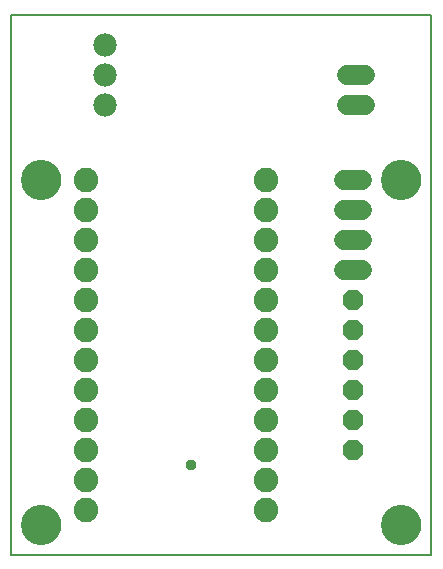
<source format=gts>
G75*
%MOIN*%
%OFA0B0*%
%FSLAX25Y25*%
%IPPOS*%
%LPD*%
%AMOC8*
5,1,8,0,0,1.08239X$1,22.5*
%
%ADD10C,0.00600*%
%ADD11C,0.00000*%
%ADD12C,0.13400*%
%ADD13C,0.08200*%
%ADD14OC8,0.06800*%
%ADD15C,0.06800*%
%ADD16C,0.07800*%
%ADD17C,0.03778*%
D10*
X0001800Y0006250D02*
X0001800Y0186250D01*
X0141800Y0186250D01*
X0141800Y0006250D01*
X0001800Y0006250D01*
D11*
X0005500Y0016250D02*
X0005502Y0016408D01*
X0005508Y0016567D01*
X0005518Y0016725D01*
X0005532Y0016882D01*
X0005550Y0017040D01*
X0005571Y0017196D01*
X0005597Y0017353D01*
X0005627Y0017508D01*
X0005660Y0017663D01*
X0005698Y0017817D01*
X0005739Y0017970D01*
X0005784Y0018121D01*
X0005833Y0018272D01*
X0005886Y0018421D01*
X0005942Y0018569D01*
X0006003Y0018716D01*
X0006066Y0018861D01*
X0006134Y0019004D01*
X0006205Y0019145D01*
X0006279Y0019285D01*
X0006357Y0019423D01*
X0006439Y0019559D01*
X0006524Y0019692D01*
X0006612Y0019824D01*
X0006703Y0019953D01*
X0006798Y0020080D01*
X0006896Y0020204D01*
X0006997Y0020326D01*
X0007101Y0020446D01*
X0007207Y0020563D01*
X0007317Y0020677D01*
X0007430Y0020788D01*
X0007545Y0020896D01*
X0007664Y0021002D01*
X0007784Y0021104D01*
X0007907Y0021204D01*
X0008033Y0021300D01*
X0008161Y0021393D01*
X0008292Y0021483D01*
X0008424Y0021569D01*
X0008559Y0021652D01*
X0008696Y0021732D01*
X0008835Y0021808D01*
X0008975Y0021881D01*
X0009118Y0021950D01*
X0009262Y0022016D01*
X0009407Y0022078D01*
X0009555Y0022136D01*
X0009703Y0022191D01*
X0009853Y0022242D01*
X0010004Y0022289D01*
X0010157Y0022332D01*
X0010310Y0022371D01*
X0010464Y0022407D01*
X0010619Y0022438D01*
X0010775Y0022466D01*
X0010932Y0022490D01*
X0011089Y0022510D01*
X0011247Y0022526D01*
X0011404Y0022538D01*
X0011563Y0022546D01*
X0011721Y0022550D01*
X0011879Y0022550D01*
X0012037Y0022546D01*
X0012196Y0022538D01*
X0012353Y0022526D01*
X0012511Y0022510D01*
X0012668Y0022490D01*
X0012825Y0022466D01*
X0012981Y0022438D01*
X0013136Y0022407D01*
X0013290Y0022371D01*
X0013443Y0022332D01*
X0013596Y0022289D01*
X0013747Y0022242D01*
X0013897Y0022191D01*
X0014045Y0022136D01*
X0014193Y0022078D01*
X0014338Y0022016D01*
X0014482Y0021950D01*
X0014625Y0021881D01*
X0014765Y0021808D01*
X0014904Y0021732D01*
X0015041Y0021652D01*
X0015176Y0021569D01*
X0015308Y0021483D01*
X0015439Y0021393D01*
X0015567Y0021300D01*
X0015693Y0021204D01*
X0015816Y0021104D01*
X0015936Y0021002D01*
X0016055Y0020896D01*
X0016170Y0020788D01*
X0016283Y0020677D01*
X0016393Y0020563D01*
X0016499Y0020446D01*
X0016603Y0020326D01*
X0016704Y0020204D01*
X0016802Y0020080D01*
X0016897Y0019953D01*
X0016988Y0019824D01*
X0017076Y0019692D01*
X0017161Y0019559D01*
X0017243Y0019423D01*
X0017321Y0019285D01*
X0017395Y0019145D01*
X0017466Y0019004D01*
X0017534Y0018861D01*
X0017597Y0018716D01*
X0017658Y0018569D01*
X0017714Y0018421D01*
X0017767Y0018272D01*
X0017816Y0018121D01*
X0017861Y0017970D01*
X0017902Y0017817D01*
X0017940Y0017663D01*
X0017973Y0017508D01*
X0018003Y0017353D01*
X0018029Y0017196D01*
X0018050Y0017040D01*
X0018068Y0016882D01*
X0018082Y0016725D01*
X0018092Y0016567D01*
X0018098Y0016408D01*
X0018100Y0016250D01*
X0018098Y0016092D01*
X0018092Y0015933D01*
X0018082Y0015775D01*
X0018068Y0015618D01*
X0018050Y0015460D01*
X0018029Y0015304D01*
X0018003Y0015147D01*
X0017973Y0014992D01*
X0017940Y0014837D01*
X0017902Y0014683D01*
X0017861Y0014530D01*
X0017816Y0014379D01*
X0017767Y0014228D01*
X0017714Y0014079D01*
X0017658Y0013931D01*
X0017597Y0013784D01*
X0017534Y0013639D01*
X0017466Y0013496D01*
X0017395Y0013355D01*
X0017321Y0013215D01*
X0017243Y0013077D01*
X0017161Y0012941D01*
X0017076Y0012808D01*
X0016988Y0012676D01*
X0016897Y0012547D01*
X0016802Y0012420D01*
X0016704Y0012296D01*
X0016603Y0012174D01*
X0016499Y0012054D01*
X0016393Y0011937D01*
X0016283Y0011823D01*
X0016170Y0011712D01*
X0016055Y0011604D01*
X0015936Y0011498D01*
X0015816Y0011396D01*
X0015693Y0011296D01*
X0015567Y0011200D01*
X0015439Y0011107D01*
X0015308Y0011017D01*
X0015176Y0010931D01*
X0015041Y0010848D01*
X0014904Y0010768D01*
X0014765Y0010692D01*
X0014625Y0010619D01*
X0014482Y0010550D01*
X0014338Y0010484D01*
X0014193Y0010422D01*
X0014045Y0010364D01*
X0013897Y0010309D01*
X0013747Y0010258D01*
X0013596Y0010211D01*
X0013443Y0010168D01*
X0013290Y0010129D01*
X0013136Y0010093D01*
X0012981Y0010062D01*
X0012825Y0010034D01*
X0012668Y0010010D01*
X0012511Y0009990D01*
X0012353Y0009974D01*
X0012196Y0009962D01*
X0012037Y0009954D01*
X0011879Y0009950D01*
X0011721Y0009950D01*
X0011563Y0009954D01*
X0011404Y0009962D01*
X0011247Y0009974D01*
X0011089Y0009990D01*
X0010932Y0010010D01*
X0010775Y0010034D01*
X0010619Y0010062D01*
X0010464Y0010093D01*
X0010310Y0010129D01*
X0010157Y0010168D01*
X0010004Y0010211D01*
X0009853Y0010258D01*
X0009703Y0010309D01*
X0009555Y0010364D01*
X0009407Y0010422D01*
X0009262Y0010484D01*
X0009118Y0010550D01*
X0008975Y0010619D01*
X0008835Y0010692D01*
X0008696Y0010768D01*
X0008559Y0010848D01*
X0008424Y0010931D01*
X0008292Y0011017D01*
X0008161Y0011107D01*
X0008033Y0011200D01*
X0007907Y0011296D01*
X0007784Y0011396D01*
X0007664Y0011498D01*
X0007545Y0011604D01*
X0007430Y0011712D01*
X0007317Y0011823D01*
X0007207Y0011937D01*
X0007101Y0012054D01*
X0006997Y0012174D01*
X0006896Y0012296D01*
X0006798Y0012420D01*
X0006703Y0012547D01*
X0006612Y0012676D01*
X0006524Y0012808D01*
X0006439Y0012941D01*
X0006357Y0013077D01*
X0006279Y0013215D01*
X0006205Y0013355D01*
X0006134Y0013496D01*
X0006066Y0013639D01*
X0006003Y0013784D01*
X0005942Y0013931D01*
X0005886Y0014079D01*
X0005833Y0014228D01*
X0005784Y0014379D01*
X0005739Y0014530D01*
X0005698Y0014683D01*
X0005660Y0014837D01*
X0005627Y0014992D01*
X0005597Y0015147D01*
X0005571Y0015304D01*
X0005550Y0015460D01*
X0005532Y0015618D01*
X0005518Y0015775D01*
X0005508Y0015933D01*
X0005502Y0016092D01*
X0005500Y0016250D01*
X0005500Y0131250D02*
X0005502Y0131408D01*
X0005508Y0131567D01*
X0005518Y0131725D01*
X0005532Y0131882D01*
X0005550Y0132040D01*
X0005571Y0132196D01*
X0005597Y0132353D01*
X0005627Y0132508D01*
X0005660Y0132663D01*
X0005698Y0132817D01*
X0005739Y0132970D01*
X0005784Y0133121D01*
X0005833Y0133272D01*
X0005886Y0133421D01*
X0005942Y0133569D01*
X0006003Y0133716D01*
X0006066Y0133861D01*
X0006134Y0134004D01*
X0006205Y0134145D01*
X0006279Y0134285D01*
X0006357Y0134423D01*
X0006439Y0134559D01*
X0006524Y0134692D01*
X0006612Y0134824D01*
X0006703Y0134953D01*
X0006798Y0135080D01*
X0006896Y0135204D01*
X0006997Y0135326D01*
X0007101Y0135446D01*
X0007207Y0135563D01*
X0007317Y0135677D01*
X0007430Y0135788D01*
X0007545Y0135896D01*
X0007664Y0136002D01*
X0007784Y0136104D01*
X0007907Y0136204D01*
X0008033Y0136300D01*
X0008161Y0136393D01*
X0008292Y0136483D01*
X0008424Y0136569D01*
X0008559Y0136652D01*
X0008696Y0136732D01*
X0008835Y0136808D01*
X0008975Y0136881D01*
X0009118Y0136950D01*
X0009262Y0137016D01*
X0009407Y0137078D01*
X0009555Y0137136D01*
X0009703Y0137191D01*
X0009853Y0137242D01*
X0010004Y0137289D01*
X0010157Y0137332D01*
X0010310Y0137371D01*
X0010464Y0137407D01*
X0010619Y0137438D01*
X0010775Y0137466D01*
X0010932Y0137490D01*
X0011089Y0137510D01*
X0011247Y0137526D01*
X0011404Y0137538D01*
X0011563Y0137546D01*
X0011721Y0137550D01*
X0011879Y0137550D01*
X0012037Y0137546D01*
X0012196Y0137538D01*
X0012353Y0137526D01*
X0012511Y0137510D01*
X0012668Y0137490D01*
X0012825Y0137466D01*
X0012981Y0137438D01*
X0013136Y0137407D01*
X0013290Y0137371D01*
X0013443Y0137332D01*
X0013596Y0137289D01*
X0013747Y0137242D01*
X0013897Y0137191D01*
X0014045Y0137136D01*
X0014193Y0137078D01*
X0014338Y0137016D01*
X0014482Y0136950D01*
X0014625Y0136881D01*
X0014765Y0136808D01*
X0014904Y0136732D01*
X0015041Y0136652D01*
X0015176Y0136569D01*
X0015308Y0136483D01*
X0015439Y0136393D01*
X0015567Y0136300D01*
X0015693Y0136204D01*
X0015816Y0136104D01*
X0015936Y0136002D01*
X0016055Y0135896D01*
X0016170Y0135788D01*
X0016283Y0135677D01*
X0016393Y0135563D01*
X0016499Y0135446D01*
X0016603Y0135326D01*
X0016704Y0135204D01*
X0016802Y0135080D01*
X0016897Y0134953D01*
X0016988Y0134824D01*
X0017076Y0134692D01*
X0017161Y0134559D01*
X0017243Y0134423D01*
X0017321Y0134285D01*
X0017395Y0134145D01*
X0017466Y0134004D01*
X0017534Y0133861D01*
X0017597Y0133716D01*
X0017658Y0133569D01*
X0017714Y0133421D01*
X0017767Y0133272D01*
X0017816Y0133121D01*
X0017861Y0132970D01*
X0017902Y0132817D01*
X0017940Y0132663D01*
X0017973Y0132508D01*
X0018003Y0132353D01*
X0018029Y0132196D01*
X0018050Y0132040D01*
X0018068Y0131882D01*
X0018082Y0131725D01*
X0018092Y0131567D01*
X0018098Y0131408D01*
X0018100Y0131250D01*
X0018098Y0131092D01*
X0018092Y0130933D01*
X0018082Y0130775D01*
X0018068Y0130618D01*
X0018050Y0130460D01*
X0018029Y0130304D01*
X0018003Y0130147D01*
X0017973Y0129992D01*
X0017940Y0129837D01*
X0017902Y0129683D01*
X0017861Y0129530D01*
X0017816Y0129379D01*
X0017767Y0129228D01*
X0017714Y0129079D01*
X0017658Y0128931D01*
X0017597Y0128784D01*
X0017534Y0128639D01*
X0017466Y0128496D01*
X0017395Y0128355D01*
X0017321Y0128215D01*
X0017243Y0128077D01*
X0017161Y0127941D01*
X0017076Y0127808D01*
X0016988Y0127676D01*
X0016897Y0127547D01*
X0016802Y0127420D01*
X0016704Y0127296D01*
X0016603Y0127174D01*
X0016499Y0127054D01*
X0016393Y0126937D01*
X0016283Y0126823D01*
X0016170Y0126712D01*
X0016055Y0126604D01*
X0015936Y0126498D01*
X0015816Y0126396D01*
X0015693Y0126296D01*
X0015567Y0126200D01*
X0015439Y0126107D01*
X0015308Y0126017D01*
X0015176Y0125931D01*
X0015041Y0125848D01*
X0014904Y0125768D01*
X0014765Y0125692D01*
X0014625Y0125619D01*
X0014482Y0125550D01*
X0014338Y0125484D01*
X0014193Y0125422D01*
X0014045Y0125364D01*
X0013897Y0125309D01*
X0013747Y0125258D01*
X0013596Y0125211D01*
X0013443Y0125168D01*
X0013290Y0125129D01*
X0013136Y0125093D01*
X0012981Y0125062D01*
X0012825Y0125034D01*
X0012668Y0125010D01*
X0012511Y0124990D01*
X0012353Y0124974D01*
X0012196Y0124962D01*
X0012037Y0124954D01*
X0011879Y0124950D01*
X0011721Y0124950D01*
X0011563Y0124954D01*
X0011404Y0124962D01*
X0011247Y0124974D01*
X0011089Y0124990D01*
X0010932Y0125010D01*
X0010775Y0125034D01*
X0010619Y0125062D01*
X0010464Y0125093D01*
X0010310Y0125129D01*
X0010157Y0125168D01*
X0010004Y0125211D01*
X0009853Y0125258D01*
X0009703Y0125309D01*
X0009555Y0125364D01*
X0009407Y0125422D01*
X0009262Y0125484D01*
X0009118Y0125550D01*
X0008975Y0125619D01*
X0008835Y0125692D01*
X0008696Y0125768D01*
X0008559Y0125848D01*
X0008424Y0125931D01*
X0008292Y0126017D01*
X0008161Y0126107D01*
X0008033Y0126200D01*
X0007907Y0126296D01*
X0007784Y0126396D01*
X0007664Y0126498D01*
X0007545Y0126604D01*
X0007430Y0126712D01*
X0007317Y0126823D01*
X0007207Y0126937D01*
X0007101Y0127054D01*
X0006997Y0127174D01*
X0006896Y0127296D01*
X0006798Y0127420D01*
X0006703Y0127547D01*
X0006612Y0127676D01*
X0006524Y0127808D01*
X0006439Y0127941D01*
X0006357Y0128077D01*
X0006279Y0128215D01*
X0006205Y0128355D01*
X0006134Y0128496D01*
X0006066Y0128639D01*
X0006003Y0128784D01*
X0005942Y0128931D01*
X0005886Y0129079D01*
X0005833Y0129228D01*
X0005784Y0129379D01*
X0005739Y0129530D01*
X0005698Y0129683D01*
X0005660Y0129837D01*
X0005627Y0129992D01*
X0005597Y0130147D01*
X0005571Y0130304D01*
X0005550Y0130460D01*
X0005532Y0130618D01*
X0005518Y0130775D01*
X0005508Y0130933D01*
X0005502Y0131092D01*
X0005500Y0131250D01*
X0125500Y0131250D02*
X0125502Y0131408D01*
X0125508Y0131567D01*
X0125518Y0131725D01*
X0125532Y0131882D01*
X0125550Y0132040D01*
X0125571Y0132196D01*
X0125597Y0132353D01*
X0125627Y0132508D01*
X0125660Y0132663D01*
X0125698Y0132817D01*
X0125739Y0132970D01*
X0125784Y0133121D01*
X0125833Y0133272D01*
X0125886Y0133421D01*
X0125942Y0133569D01*
X0126003Y0133716D01*
X0126066Y0133861D01*
X0126134Y0134004D01*
X0126205Y0134145D01*
X0126279Y0134285D01*
X0126357Y0134423D01*
X0126439Y0134559D01*
X0126524Y0134692D01*
X0126612Y0134824D01*
X0126703Y0134953D01*
X0126798Y0135080D01*
X0126896Y0135204D01*
X0126997Y0135326D01*
X0127101Y0135446D01*
X0127207Y0135563D01*
X0127317Y0135677D01*
X0127430Y0135788D01*
X0127545Y0135896D01*
X0127664Y0136002D01*
X0127784Y0136104D01*
X0127907Y0136204D01*
X0128033Y0136300D01*
X0128161Y0136393D01*
X0128292Y0136483D01*
X0128424Y0136569D01*
X0128559Y0136652D01*
X0128696Y0136732D01*
X0128835Y0136808D01*
X0128975Y0136881D01*
X0129118Y0136950D01*
X0129262Y0137016D01*
X0129407Y0137078D01*
X0129555Y0137136D01*
X0129703Y0137191D01*
X0129853Y0137242D01*
X0130004Y0137289D01*
X0130157Y0137332D01*
X0130310Y0137371D01*
X0130464Y0137407D01*
X0130619Y0137438D01*
X0130775Y0137466D01*
X0130932Y0137490D01*
X0131089Y0137510D01*
X0131247Y0137526D01*
X0131404Y0137538D01*
X0131563Y0137546D01*
X0131721Y0137550D01*
X0131879Y0137550D01*
X0132037Y0137546D01*
X0132196Y0137538D01*
X0132353Y0137526D01*
X0132511Y0137510D01*
X0132668Y0137490D01*
X0132825Y0137466D01*
X0132981Y0137438D01*
X0133136Y0137407D01*
X0133290Y0137371D01*
X0133443Y0137332D01*
X0133596Y0137289D01*
X0133747Y0137242D01*
X0133897Y0137191D01*
X0134045Y0137136D01*
X0134193Y0137078D01*
X0134338Y0137016D01*
X0134482Y0136950D01*
X0134625Y0136881D01*
X0134765Y0136808D01*
X0134904Y0136732D01*
X0135041Y0136652D01*
X0135176Y0136569D01*
X0135308Y0136483D01*
X0135439Y0136393D01*
X0135567Y0136300D01*
X0135693Y0136204D01*
X0135816Y0136104D01*
X0135936Y0136002D01*
X0136055Y0135896D01*
X0136170Y0135788D01*
X0136283Y0135677D01*
X0136393Y0135563D01*
X0136499Y0135446D01*
X0136603Y0135326D01*
X0136704Y0135204D01*
X0136802Y0135080D01*
X0136897Y0134953D01*
X0136988Y0134824D01*
X0137076Y0134692D01*
X0137161Y0134559D01*
X0137243Y0134423D01*
X0137321Y0134285D01*
X0137395Y0134145D01*
X0137466Y0134004D01*
X0137534Y0133861D01*
X0137597Y0133716D01*
X0137658Y0133569D01*
X0137714Y0133421D01*
X0137767Y0133272D01*
X0137816Y0133121D01*
X0137861Y0132970D01*
X0137902Y0132817D01*
X0137940Y0132663D01*
X0137973Y0132508D01*
X0138003Y0132353D01*
X0138029Y0132196D01*
X0138050Y0132040D01*
X0138068Y0131882D01*
X0138082Y0131725D01*
X0138092Y0131567D01*
X0138098Y0131408D01*
X0138100Y0131250D01*
X0138098Y0131092D01*
X0138092Y0130933D01*
X0138082Y0130775D01*
X0138068Y0130618D01*
X0138050Y0130460D01*
X0138029Y0130304D01*
X0138003Y0130147D01*
X0137973Y0129992D01*
X0137940Y0129837D01*
X0137902Y0129683D01*
X0137861Y0129530D01*
X0137816Y0129379D01*
X0137767Y0129228D01*
X0137714Y0129079D01*
X0137658Y0128931D01*
X0137597Y0128784D01*
X0137534Y0128639D01*
X0137466Y0128496D01*
X0137395Y0128355D01*
X0137321Y0128215D01*
X0137243Y0128077D01*
X0137161Y0127941D01*
X0137076Y0127808D01*
X0136988Y0127676D01*
X0136897Y0127547D01*
X0136802Y0127420D01*
X0136704Y0127296D01*
X0136603Y0127174D01*
X0136499Y0127054D01*
X0136393Y0126937D01*
X0136283Y0126823D01*
X0136170Y0126712D01*
X0136055Y0126604D01*
X0135936Y0126498D01*
X0135816Y0126396D01*
X0135693Y0126296D01*
X0135567Y0126200D01*
X0135439Y0126107D01*
X0135308Y0126017D01*
X0135176Y0125931D01*
X0135041Y0125848D01*
X0134904Y0125768D01*
X0134765Y0125692D01*
X0134625Y0125619D01*
X0134482Y0125550D01*
X0134338Y0125484D01*
X0134193Y0125422D01*
X0134045Y0125364D01*
X0133897Y0125309D01*
X0133747Y0125258D01*
X0133596Y0125211D01*
X0133443Y0125168D01*
X0133290Y0125129D01*
X0133136Y0125093D01*
X0132981Y0125062D01*
X0132825Y0125034D01*
X0132668Y0125010D01*
X0132511Y0124990D01*
X0132353Y0124974D01*
X0132196Y0124962D01*
X0132037Y0124954D01*
X0131879Y0124950D01*
X0131721Y0124950D01*
X0131563Y0124954D01*
X0131404Y0124962D01*
X0131247Y0124974D01*
X0131089Y0124990D01*
X0130932Y0125010D01*
X0130775Y0125034D01*
X0130619Y0125062D01*
X0130464Y0125093D01*
X0130310Y0125129D01*
X0130157Y0125168D01*
X0130004Y0125211D01*
X0129853Y0125258D01*
X0129703Y0125309D01*
X0129555Y0125364D01*
X0129407Y0125422D01*
X0129262Y0125484D01*
X0129118Y0125550D01*
X0128975Y0125619D01*
X0128835Y0125692D01*
X0128696Y0125768D01*
X0128559Y0125848D01*
X0128424Y0125931D01*
X0128292Y0126017D01*
X0128161Y0126107D01*
X0128033Y0126200D01*
X0127907Y0126296D01*
X0127784Y0126396D01*
X0127664Y0126498D01*
X0127545Y0126604D01*
X0127430Y0126712D01*
X0127317Y0126823D01*
X0127207Y0126937D01*
X0127101Y0127054D01*
X0126997Y0127174D01*
X0126896Y0127296D01*
X0126798Y0127420D01*
X0126703Y0127547D01*
X0126612Y0127676D01*
X0126524Y0127808D01*
X0126439Y0127941D01*
X0126357Y0128077D01*
X0126279Y0128215D01*
X0126205Y0128355D01*
X0126134Y0128496D01*
X0126066Y0128639D01*
X0126003Y0128784D01*
X0125942Y0128931D01*
X0125886Y0129079D01*
X0125833Y0129228D01*
X0125784Y0129379D01*
X0125739Y0129530D01*
X0125698Y0129683D01*
X0125660Y0129837D01*
X0125627Y0129992D01*
X0125597Y0130147D01*
X0125571Y0130304D01*
X0125550Y0130460D01*
X0125532Y0130618D01*
X0125518Y0130775D01*
X0125508Y0130933D01*
X0125502Y0131092D01*
X0125500Y0131250D01*
X0125500Y0016250D02*
X0125502Y0016408D01*
X0125508Y0016567D01*
X0125518Y0016725D01*
X0125532Y0016882D01*
X0125550Y0017040D01*
X0125571Y0017196D01*
X0125597Y0017353D01*
X0125627Y0017508D01*
X0125660Y0017663D01*
X0125698Y0017817D01*
X0125739Y0017970D01*
X0125784Y0018121D01*
X0125833Y0018272D01*
X0125886Y0018421D01*
X0125942Y0018569D01*
X0126003Y0018716D01*
X0126066Y0018861D01*
X0126134Y0019004D01*
X0126205Y0019145D01*
X0126279Y0019285D01*
X0126357Y0019423D01*
X0126439Y0019559D01*
X0126524Y0019692D01*
X0126612Y0019824D01*
X0126703Y0019953D01*
X0126798Y0020080D01*
X0126896Y0020204D01*
X0126997Y0020326D01*
X0127101Y0020446D01*
X0127207Y0020563D01*
X0127317Y0020677D01*
X0127430Y0020788D01*
X0127545Y0020896D01*
X0127664Y0021002D01*
X0127784Y0021104D01*
X0127907Y0021204D01*
X0128033Y0021300D01*
X0128161Y0021393D01*
X0128292Y0021483D01*
X0128424Y0021569D01*
X0128559Y0021652D01*
X0128696Y0021732D01*
X0128835Y0021808D01*
X0128975Y0021881D01*
X0129118Y0021950D01*
X0129262Y0022016D01*
X0129407Y0022078D01*
X0129555Y0022136D01*
X0129703Y0022191D01*
X0129853Y0022242D01*
X0130004Y0022289D01*
X0130157Y0022332D01*
X0130310Y0022371D01*
X0130464Y0022407D01*
X0130619Y0022438D01*
X0130775Y0022466D01*
X0130932Y0022490D01*
X0131089Y0022510D01*
X0131247Y0022526D01*
X0131404Y0022538D01*
X0131563Y0022546D01*
X0131721Y0022550D01*
X0131879Y0022550D01*
X0132037Y0022546D01*
X0132196Y0022538D01*
X0132353Y0022526D01*
X0132511Y0022510D01*
X0132668Y0022490D01*
X0132825Y0022466D01*
X0132981Y0022438D01*
X0133136Y0022407D01*
X0133290Y0022371D01*
X0133443Y0022332D01*
X0133596Y0022289D01*
X0133747Y0022242D01*
X0133897Y0022191D01*
X0134045Y0022136D01*
X0134193Y0022078D01*
X0134338Y0022016D01*
X0134482Y0021950D01*
X0134625Y0021881D01*
X0134765Y0021808D01*
X0134904Y0021732D01*
X0135041Y0021652D01*
X0135176Y0021569D01*
X0135308Y0021483D01*
X0135439Y0021393D01*
X0135567Y0021300D01*
X0135693Y0021204D01*
X0135816Y0021104D01*
X0135936Y0021002D01*
X0136055Y0020896D01*
X0136170Y0020788D01*
X0136283Y0020677D01*
X0136393Y0020563D01*
X0136499Y0020446D01*
X0136603Y0020326D01*
X0136704Y0020204D01*
X0136802Y0020080D01*
X0136897Y0019953D01*
X0136988Y0019824D01*
X0137076Y0019692D01*
X0137161Y0019559D01*
X0137243Y0019423D01*
X0137321Y0019285D01*
X0137395Y0019145D01*
X0137466Y0019004D01*
X0137534Y0018861D01*
X0137597Y0018716D01*
X0137658Y0018569D01*
X0137714Y0018421D01*
X0137767Y0018272D01*
X0137816Y0018121D01*
X0137861Y0017970D01*
X0137902Y0017817D01*
X0137940Y0017663D01*
X0137973Y0017508D01*
X0138003Y0017353D01*
X0138029Y0017196D01*
X0138050Y0017040D01*
X0138068Y0016882D01*
X0138082Y0016725D01*
X0138092Y0016567D01*
X0138098Y0016408D01*
X0138100Y0016250D01*
X0138098Y0016092D01*
X0138092Y0015933D01*
X0138082Y0015775D01*
X0138068Y0015618D01*
X0138050Y0015460D01*
X0138029Y0015304D01*
X0138003Y0015147D01*
X0137973Y0014992D01*
X0137940Y0014837D01*
X0137902Y0014683D01*
X0137861Y0014530D01*
X0137816Y0014379D01*
X0137767Y0014228D01*
X0137714Y0014079D01*
X0137658Y0013931D01*
X0137597Y0013784D01*
X0137534Y0013639D01*
X0137466Y0013496D01*
X0137395Y0013355D01*
X0137321Y0013215D01*
X0137243Y0013077D01*
X0137161Y0012941D01*
X0137076Y0012808D01*
X0136988Y0012676D01*
X0136897Y0012547D01*
X0136802Y0012420D01*
X0136704Y0012296D01*
X0136603Y0012174D01*
X0136499Y0012054D01*
X0136393Y0011937D01*
X0136283Y0011823D01*
X0136170Y0011712D01*
X0136055Y0011604D01*
X0135936Y0011498D01*
X0135816Y0011396D01*
X0135693Y0011296D01*
X0135567Y0011200D01*
X0135439Y0011107D01*
X0135308Y0011017D01*
X0135176Y0010931D01*
X0135041Y0010848D01*
X0134904Y0010768D01*
X0134765Y0010692D01*
X0134625Y0010619D01*
X0134482Y0010550D01*
X0134338Y0010484D01*
X0134193Y0010422D01*
X0134045Y0010364D01*
X0133897Y0010309D01*
X0133747Y0010258D01*
X0133596Y0010211D01*
X0133443Y0010168D01*
X0133290Y0010129D01*
X0133136Y0010093D01*
X0132981Y0010062D01*
X0132825Y0010034D01*
X0132668Y0010010D01*
X0132511Y0009990D01*
X0132353Y0009974D01*
X0132196Y0009962D01*
X0132037Y0009954D01*
X0131879Y0009950D01*
X0131721Y0009950D01*
X0131563Y0009954D01*
X0131404Y0009962D01*
X0131247Y0009974D01*
X0131089Y0009990D01*
X0130932Y0010010D01*
X0130775Y0010034D01*
X0130619Y0010062D01*
X0130464Y0010093D01*
X0130310Y0010129D01*
X0130157Y0010168D01*
X0130004Y0010211D01*
X0129853Y0010258D01*
X0129703Y0010309D01*
X0129555Y0010364D01*
X0129407Y0010422D01*
X0129262Y0010484D01*
X0129118Y0010550D01*
X0128975Y0010619D01*
X0128835Y0010692D01*
X0128696Y0010768D01*
X0128559Y0010848D01*
X0128424Y0010931D01*
X0128292Y0011017D01*
X0128161Y0011107D01*
X0128033Y0011200D01*
X0127907Y0011296D01*
X0127784Y0011396D01*
X0127664Y0011498D01*
X0127545Y0011604D01*
X0127430Y0011712D01*
X0127317Y0011823D01*
X0127207Y0011937D01*
X0127101Y0012054D01*
X0126997Y0012174D01*
X0126896Y0012296D01*
X0126798Y0012420D01*
X0126703Y0012547D01*
X0126612Y0012676D01*
X0126524Y0012808D01*
X0126439Y0012941D01*
X0126357Y0013077D01*
X0126279Y0013215D01*
X0126205Y0013355D01*
X0126134Y0013496D01*
X0126066Y0013639D01*
X0126003Y0013784D01*
X0125942Y0013931D01*
X0125886Y0014079D01*
X0125833Y0014228D01*
X0125784Y0014379D01*
X0125739Y0014530D01*
X0125698Y0014683D01*
X0125660Y0014837D01*
X0125627Y0014992D01*
X0125597Y0015147D01*
X0125571Y0015304D01*
X0125550Y0015460D01*
X0125532Y0015618D01*
X0125518Y0015775D01*
X0125508Y0015933D01*
X0125502Y0016092D01*
X0125500Y0016250D01*
D12*
X0131800Y0016250D03*
X0131800Y0131250D03*
X0011800Y0131250D03*
X0011800Y0016250D03*
D13*
X0026800Y0021250D03*
X0026800Y0031250D03*
X0026800Y0041250D03*
X0026800Y0051250D03*
X0026800Y0061250D03*
X0026800Y0071250D03*
X0026800Y0081250D03*
X0026800Y0091250D03*
X0026800Y0101250D03*
X0026800Y0111250D03*
X0026800Y0121250D03*
X0026800Y0131250D03*
X0086800Y0131250D03*
X0086800Y0121250D03*
X0086800Y0111250D03*
X0086800Y0101250D03*
X0086800Y0091250D03*
X0086800Y0081250D03*
X0086800Y0071250D03*
X0086800Y0061250D03*
X0086800Y0051250D03*
X0086800Y0041250D03*
X0086800Y0031250D03*
X0086800Y0021250D03*
D14*
X0115800Y0041250D03*
X0115800Y0051250D03*
X0115800Y0061250D03*
X0115800Y0071250D03*
X0115800Y0081250D03*
X0115800Y0091250D03*
D15*
X0112800Y0101250D02*
X0118800Y0101250D01*
X0118800Y0111250D02*
X0112800Y0111250D01*
X0112800Y0121250D02*
X0118800Y0121250D01*
X0118800Y0131250D02*
X0112800Y0131250D01*
X0113800Y0156250D02*
X0119800Y0156250D01*
X0119800Y0166250D02*
X0113800Y0166250D01*
D16*
X0033050Y0166250D03*
X0033050Y0156250D03*
X0033050Y0176250D03*
D17*
X0061800Y0036250D03*
M02*

</source>
